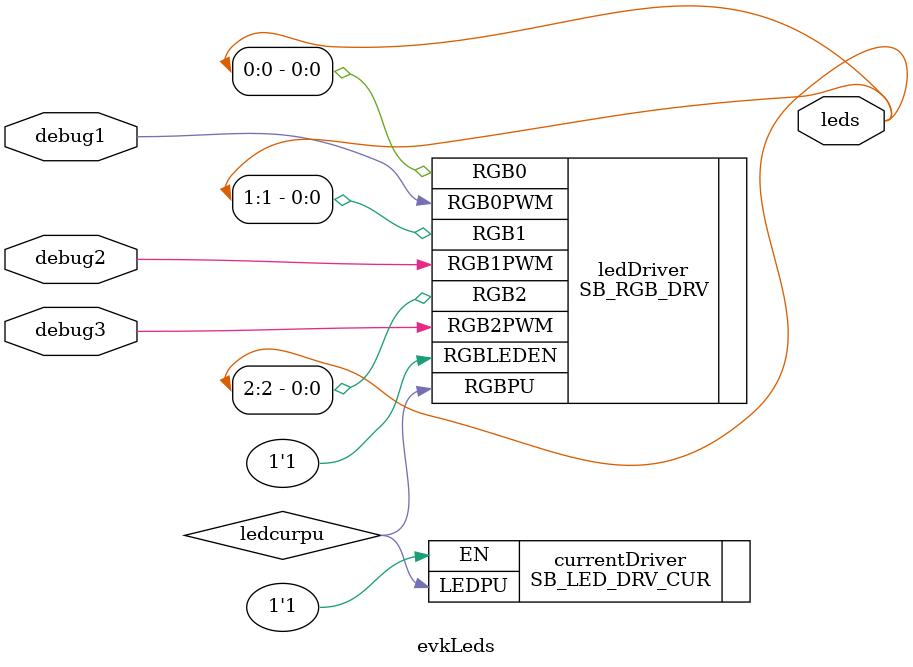
<source format=v>
`timescale 1ns / 1ps

module evkLeds (
		output wire [2:0] leds,
		input wire 	  debug1,
		input wire 	  debug2,
		input wire 	  debug3
		);
		
  wire ledcurpu;

  SB_LED_DRV_CUR currentDriver (
    .EN(1'b1),
    .LEDPU(ledcurpu)
  );

  SB_RGB_DRV #(.RGB0_CURRENT("0b000011"), .RGB1_CURRENT("0b000001"), .RGB2_CURRENT("0b000001")) ledDriver
  (
    .RGBLEDEN(1'b1),
    .RGB0PWM(debug1),
    .RGB1PWM(debug2),
    .RGB2PWM(debug3),
    .RGBPU(ledcurpu),
    .RGB0(leds[0]),
    .RGB1(leds[1]),
    .RGB2(leds[2])
  );


endmodule

</source>
